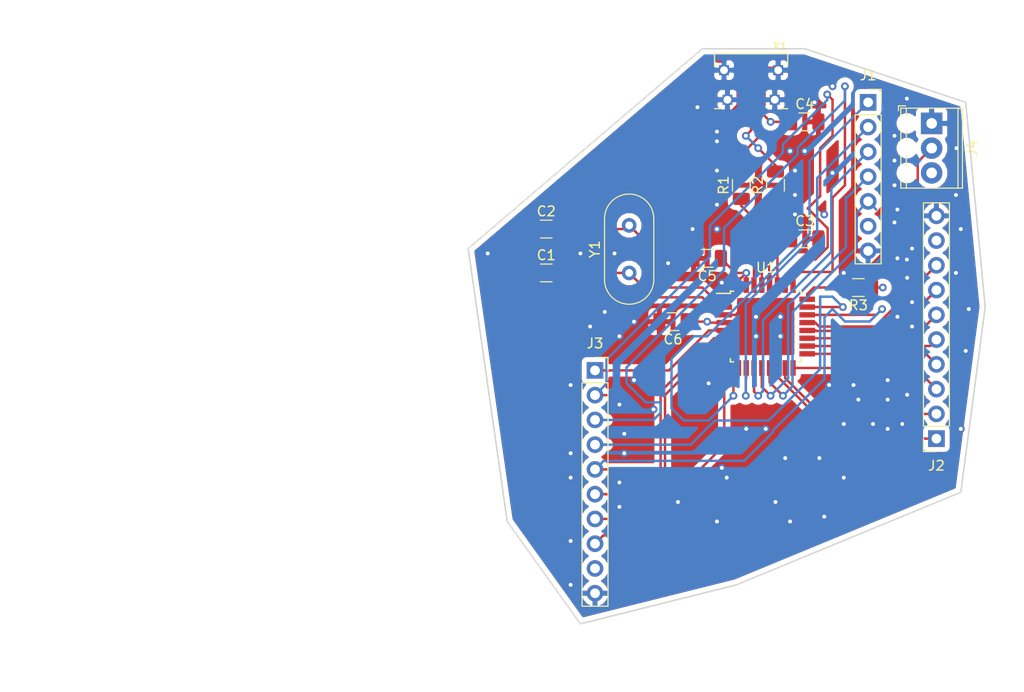
<source format=kicad_pcb>
(kicad_pcb (version 20171130) (host pcbnew 5.0.2+dfsg1-1)
  (layers (0 F.Cu signal) (1 In1.Cu signal) (2 In2.Cu signal) (31 B.Cu signal) (34 B.Paste user) (35 F.Paste user) (36 B.SilkS user) (37 F.SilkS user) (38 B.Mask user) (39 F.Mask user) (44 Edge.Cuts user))
  (net 0 "")
  (net 1 "Net-(C1-Pad2)")
  (net 2 GND)
  (net 3 "Net-(C2-Pad2)")
  (net 4 "Net-(C3-Pad1)")
  (net 5 VCC)
  (net 6 "Net-(J1-Pad1)")
  (net 7 "Net-(J1-Pad2)")
  (net 8 "Net-(J1-Pad3)")
  (net 9 "Net-(J1-Pad4)")
  (net 10 "Net-(J1-Pad5)")
  (net 11 "Net-(J2-Pad1)")
  (net 12 "Net-(J2-Pad2)")
  (net 13 "Net-(J2-Pad3)")
  (net 14 "Net-(J2-Pad4)")
  (net 15 "Net-(J2-Pad5)")
  (net 16 "Net-(J2-Pad6)")
  (net 17 "Net-(J2-Pad7)")
  (net 18 "Net-(J2-Pad8)")
  (net 19 "Net-(J3-Pad8)")
  (net 20 "Net-(J3-Pad7)")
  (net 21 "Net-(J3-Pad6)")
  (net 22 "Net-(J3-Pad5)")
  (net 23 "Net-(J3-Pad4)")
  (net 24 "Net-(J3-Pad3)")
  (net 25 "Net-(J3-Pad2)")
  (net 26 "Net-(J3-Pad1)")
  (net 27 "Net-(R1-Pad1)")
  (net 28 "Net-(R1-Pad2)")
  (net 29 "Net-(R2-Pad2)")
  (net 30 "Net-(R2-Pad1)")
  (net 31 "Net-(X1-PadID)")
  (net 32 "Net-(J4-Pad2)")
  (module Capacitor_SMD:C_1206_3216Metric (layer F.Cu) (at 167.5 89)
    (fp_text reference C1 (at 0 -1.82) (layer F.SilkS))
    (fp_text value 20p)
    (fp_line (start -0.602064 0.91) (end 0.602064 0.91) (layer F.SilkS) (width 0.12))
    (fp_line (start -0.602064 -0.91) (end 0.602064 -0.91) (layer F.SilkS) (width 0.12))
    (pad 2 smd roundrect (at 1.4 0) (size 1.25 1.75) (layers F.Cu F.Paste F.Mask) (roundrect_rratio 0.2) (net 1 "Net-(C1-Pad2)"))
    (pad 1 smd roundrect (at -1.4 0) (size 1.25 1.75) (layers F.Cu F.Paste F.Mask) (roundrect_rratio 0.2) (net 2 GND))
  )
  (module Capacitor_SMD:C_1206_3216Metric (layer F.Cu) (at 167.5 84.5)
    (fp_text reference C2 (at 0 -1.82) (layer F.SilkS))
    (fp_text value 20p)
    (fp_line (start -0.602064 -0.91) (end 0.602064 -0.91) (layer F.SilkS) (width 0.12))
    (fp_line (start -0.602064 0.91) (end 0.602064 0.91) (layer F.SilkS) (width 0.12))
    (pad 1 smd roundrect (at -1.4 0) (size 1.25 1.75) (layers F.Cu F.Paste F.Mask) (roundrect_rratio 0.2) (net 2 GND))
    (pad 2 smd roundrect (at 1.4 0) (size 1.25 1.75) (layers F.Cu F.Paste F.Mask) (roundrect_rratio 0.2) (net 3 "Net-(C2-Pad2)"))
  )
  (module Capacitor_SMD:C_1206_3216Metric (layer F.Cu) (at 194 85.5)
    (fp_text reference C3 (at 0 -1.82) (layer F.SilkS))
    (fp_text value 1uF)
    (fp_line (start -0.602064 -0.91) (end 0.602064 -0.91) (layer F.SilkS) (width 0.12))
    (fp_line (start -0.602064 0.91) (end 0.602064 0.91) (layer F.SilkS) (width 0.12))
    (pad 1 smd roundrect (at -1.4 0) (size 1.25 1.75) (layers F.Cu F.Paste F.Mask) (roundrect_rratio 0.2) (net 4 "Net-(C3-Pad1)"))
    (pad 2 smd roundrect (at 1.4 0) (size 1.25 1.75) (layers F.Cu F.Paste F.Mask) (roundrect_rratio 0.2) (net 2 GND))
  )
  (module Capacitor_SMD:C_1206_3216Metric (layer F.Cu) (at 194 73.5)
    (fp_text reference C4 (at 0 -1.82) (layer F.SilkS))
    (fp_text value 10uF)
    (fp_line (start -0.602064 0.91) (end 0.602064 0.91) (layer F.SilkS) (width 0.12))
    (fp_line (start -0.602064 -0.91) (end 0.602064 -0.91) (layer F.SilkS) (width 0.12))
    (pad 2 smd roundrect (at 1.4 0) (size 1.25 1.75) (layers F.Cu F.Paste F.Mask) (roundrect_rratio 0.2) (net 2 GND))
    (pad 1 smd roundrect (at -1.4 0) (size 1.25 1.75) (layers F.Cu F.Paste F.Mask) (roundrect_rratio 0.2) (net 5 VCC))
  )
  (module Capacitor_SMD:C_1206_3216Metric (layer F.Cu) (at 184 87.5 180)
    (fp_text reference C5 (at 0 -1.82 180) (layer F.SilkS))
    (fp_text value 100nF)
    (fp_line (start -0.602064 -0.91) (end 0.602064 -0.91) (layer F.SilkS) (width 0.12))
    (fp_line (start -0.602064 0.91) (end 0.602064 0.91) (layer F.SilkS) (width 0.12))
    (pad 1 smd roundrect (at -1.4 0 180) (size 1.25 1.75) (layers F.Cu F.Paste F.Mask) (roundrect_rratio 0.2) (net 5 VCC))
    (pad 2 smd roundrect (at 1.4 0 180) (size 1.25 1.75) (layers F.Cu F.Paste F.Mask) (roundrect_rratio 0.2) (net 2 GND))
  )
  (module Capacitor_SMD:C_1206_3216Metric (layer F.Cu) (at 180.5 94 180)
    (fp_text reference C6 (at 0 -1.82 180) (layer F.SilkS))
    (fp_text value 100nF)
    (fp_line (start -0.602064 0.91) (end 0.602064 0.91) (layer F.SilkS) (width 0.12))
    (fp_line (start -0.602064 -0.91) (end 0.602064 -0.91) (layer F.SilkS) (width 0.12))
    (pad 2 smd roundrect (at 1.4 0 180) (size 1.25 1.75) (layers F.Cu F.Paste F.Mask) (roundrect_rratio 0.2) (net 2 GND))
    (pad 1 smd roundrect (at -1.4 0 180) (size 1.25 1.75) (layers F.Cu F.Paste F.Mask) (roundrect_rratio 0.2) (net 5 VCC))
  )
  (module Socket2:PinSocket_1x07_P2.54mm_Vertical (layer F.Cu) (at 200.5 71.5)
    (fp_text reference J1 (at 0 -2.77) (layer F.SilkS))
    (fp_text value Screw_Terminal_01x07)
    (fp_line (start -1.33 1.27) (end 1.33 1.27) (layer F.SilkS) (width 0.12))
    (fp_line (start -1.33 1.27) (end -1.33 16.57) (layer F.SilkS) (width 0.12))
    (fp_line (start -1.33 16.57) (end 1.33 16.57) (layer F.SilkS) (width 0.12))
    (fp_line (start 1.33 1.27) (end 1.33 16.57) (layer F.SilkS) (width 0.12))
    (fp_line (start 1.33 -1.33) (end 1.33 0) (layer F.SilkS) (width 0.12))
    (fp_line (start 0 -1.33) (end 1.33 -1.33) (layer F.SilkS) (width 0.12))
    (pad 1 thru_hole rect (at 0 0) (size 1.7 1.7) (drill 1) (layers *.Cu *.Mask) (net 6 "Net-(J1-Pad1)"))
    (pad 2 thru_hole oval (at 0 2.54) (size 1.7 1.7) (drill 1) (layers *.Cu *.Mask) (net 7 "Net-(J1-Pad2)"))
    (pad 3 thru_hole oval (at 0 5.08) (size 1.7 1.7) (drill 1) (layers *.Cu *.Mask) (net 8 "Net-(J1-Pad3)"))
    (pad 4 thru_hole oval (at 0 7.62) (size 1.7 1.7) (drill 1) (layers *.Cu *.Mask) (net 9 "Net-(J1-Pad4)"))
    (pad 5 thru_hole oval (at 0 10.16) (size 1.7 1.7) (drill 1) (layers *.Cu *.Mask) (net 10 "Net-(J1-Pad5)"))
    (pad 6 thru_hole oval (at 0 12.7) (size 1.7 1.7) (drill 1) (layers *.Cu *.Mask) (net 5 VCC))
    (pad 7 thru_hole oval (at 0 15.24) (size 1.7 1.7) (drill 1) (layers *.Cu *.Mask) (net 2 GND))
  )
  (module Socket2:PinSocket_1x10_P2.54mm_Vertical (layer F.Cu) (at 207.5 106 180)
    (fp_text reference J2 (at 0 -2.77 180) (layer F.SilkS))
    (fp_text value Screw_Terminal_01x10)
    (fp_line (start -1.33 1.27) (end 1.33 1.27) (layer F.SilkS) (width 0.12))
    (fp_line (start -1.33 1.27) (end -1.33 24.19) (layer F.SilkS) (width 0.12))
    (fp_line (start -1.33 24.19) (end 1.33 24.19) (layer F.SilkS) (width 0.12))
    (fp_line (start 1.33 1.27) (end 1.33 24.19) (layer F.SilkS) (width 0.12))
    (fp_line (start 1.33 -1.33) (end 1.33 0) (layer F.SilkS) (width 0.12))
    (fp_line (start 0 -1.33) (end 1.33 -1.33) (layer F.SilkS) (width 0.12))
    (pad 1 thru_hole rect (at 0 0 180) (size 1.7 1.7) (drill 1) (layers *.Cu *.Mask) (net 11 "Net-(J2-Pad1)"))
    (pad 2 thru_hole oval (at 0 2.54 180) (size 1.7 1.7) (drill 1) (layers *.Cu *.Mask) (net 12 "Net-(J2-Pad2)"))
    (pad 3 thru_hole oval (at 0 5.08 180) (size 1.7 1.7) (drill 1) (layers *.Cu *.Mask) (net 13 "Net-(J2-Pad3)"))
    (pad 4 thru_hole oval (at 0 7.62 180) (size 1.7 1.7) (drill 1) (layers *.Cu *.Mask) (net 14 "Net-(J2-Pad4)"))
    (pad 5 thru_hole oval (at 0 10.16 180) (size 1.7 1.7) (drill 1) (layers *.Cu *.Mask) (net 15 "Net-(J2-Pad5)"))
    (pad 6 thru_hole oval (at 0 12.7 180) (size 1.7 1.7) (drill 1) (layers *.Cu *.Mask) (net 16 "Net-(J2-Pad6)"))
    (pad 7 thru_hole oval (at 0 15.24 180) (size 1.7 1.7) (drill 1) (layers *.Cu *.Mask) (net 17 "Net-(J2-Pad7)"))
    (pad 8 thru_hole oval (at 0 17.78 180) (size 1.7 1.7) (drill 1) (layers *.Cu *.Mask) (net 18 "Net-(J2-Pad8)"))
    (pad 9 thru_hole oval (at 0 20.32 180) (size 1.7 1.7) (drill 1) (layers *.Cu *.Mask) (net 5 VCC))
    (pad 10 thru_hole oval (at 0 22.86 180) (size 1.7 1.7) (drill 1) (layers *.Cu *.Mask) (net 2 GND))
  )
  (module Socket2:PinSocket_1x10_P2.54mm_Vertical (layer F.Cu) (at 172.5 99)
    (fp_text reference J3 (at 0 -2.77) (layer F.SilkS))
    (fp_text value Screw_Terminal_01x10)
    (fp_line (start 0 -1.33) (end 1.33 -1.33) (layer F.SilkS) (width 0.12))
    (fp_line (start 1.33 -1.33) (end 1.33 0) (layer F.SilkS) (width 0.12))
    (fp_line (start 1.33 1.27) (end 1.33 24.19) (layer F.SilkS) (width 0.12))
    (fp_line (start -1.33 24.19) (end 1.33 24.19) (layer F.SilkS) (width 0.12))
    (fp_line (start -1.33 1.27) (end -1.33 24.19) (layer F.SilkS) (width 0.12))
    (fp_line (start -1.33 1.27) (end 1.33 1.27) (layer F.SilkS) (width 0.12))
    (pad 10 thru_hole oval (at 0 22.86) (size 1.7 1.7) (drill 1) (layers *.Cu *.Mask) (net 2 GND))
    (pad 9 thru_hole oval (at 0 20.32) (size 1.7 1.7) (drill 1) (layers *.Cu *.Mask) (net 5 VCC))
    (pad 8 thru_hole oval (at 0 17.78) (size 1.7 1.7) (drill 1) (layers *.Cu *.Mask) (net 19 "Net-(J3-Pad8)"))
    (pad 7 thru_hole oval (at 0 15.24) (size 1.7 1.7) (drill 1) (layers *.Cu *.Mask) (net 20 "Net-(J3-Pad7)"))
    (pad 6 thru_hole oval (at 0 12.7) (size 1.7 1.7) (drill 1) (layers *.Cu *.Mask) (net 21 "Net-(J3-Pad6)"))
    (pad 5 thru_hole oval (at 0 10.16) (size 1.7 1.7) (drill 1) (layers *.Cu *.Mask) (net 22 "Net-(J3-Pad5)"))
    (pad 4 thru_hole oval (at 0 7.62) (size 1.7 1.7) (drill 1) (layers *.Cu *.Mask) (net 23 "Net-(J3-Pad4)"))
    (pad 3 thru_hole oval (at 0 5.08) (size 1.7 1.7) (drill 1) (layers *.Cu *.Mask) (net 24 "Net-(J3-Pad3)"))
    (pad 2 thru_hole oval (at 0 2.54) (size 1.7 1.7) (drill 1) (layers *.Cu *.Mask) (net 25 "Net-(J3-Pad2)"))
    (pad 1 thru_hole rect (at 0 0) (size 1.7 1.7) (drill 1) (layers *.Cu *.Mask) (net 26 "Net-(J3-Pad1)"))
  )
  (module Resistors_SMD:R_1206_3216Metric (layer F.Cu) (at 187.5 80 90)
    (fp_text reference R1 (at 0 -1.82 90) (layer F.SilkS))
    (fp_text value 22)
    (fp_line (start -0.602064 -0.91) (end 0.602064 -0.91) (layer F.SilkS) (width 0.12))
    (fp_line (start -0.602064 0.91) (end 0.602064 0.91) (layer F.SilkS) (width 0.12))
    (pad 1 smd roundrect (at -1.4 0 90) (size 1.25 1.75) (layers F.Cu F.Paste F.Mask) (roundrect_rratio 0.2) (net 27 "Net-(R1-Pad1)"))
    (pad 2 smd roundrect (at 1.4 0 90) (size 1.25 1.75) (layers F.Cu F.Paste F.Mask) (roundrect_rratio 0.2) (net 28 "Net-(R1-Pad2)"))
  )
  (module Resistors_SMD:R_1206_3216Metric (layer F.Cu) (at 191 80 90)
    (fp_text reference R2 (at 0 -1.82 90) (layer F.SilkS))
    (fp_text value 22)
    (fp_line (start -0.602064 0.91) (end 0.602064 0.91) (layer F.SilkS) (width 0.12))
    (fp_line (start -0.602064 -0.91) (end 0.602064 -0.91) (layer F.SilkS) (width 0.12))
    (pad 2 smd roundrect (at 1.4 0 90) (size 1.25 1.75) (layers F.Cu F.Paste F.Mask) (roundrect_rratio 0.2) (net 29 "Net-(R2-Pad2)"))
    (pad 1 smd roundrect (at -1.4 0 90) (size 1.25 1.75) (layers F.Cu F.Paste F.Mask) (roundrect_rratio 0.2) (net 30 "Net-(R2-Pad1)"))
  )
  (module Resistors_SMD:R_1206_3216Metric (layer F.Cu) (at 199.5 90.5 180)
    (fp_text reference R3 (at 0 -1.82 180) (layer F.SilkS))
    (fp_text value 10k)
    (fp_line (start -0.602064 -0.91) (end 0.602064 -0.91) (layer F.SilkS) (width 0.12))
    (fp_line (start -0.602064 0.91) (end 0.602064 0.91) (layer F.SilkS) (width 0.12))
    (pad 1 smd roundrect (at -1.4 0 180) (size 1.25 1.75) (layers F.Cu F.Paste F.Mask) (roundrect_rratio 0.2) (net 5 VCC))
    (pad 2 smd roundrect (at 1.4 0 180) (size 1.25 1.75) (layers F.Cu F.Paste F.Mask) (roundrect_rratio 0.2) (net 32 "Net-(J4-Pad2)"))
  )
  (module QFP:TQFP-32_7x7mm_P0.8mm (layer F.Cu) (at 190 94.5)
    (fp_text reference U1 (at 0 -6.05) (layer F.SilkS))
    (fp_text value ATmega32U2-MU)
    (fp_line (start -3.625 -3.625) (end -3.625 -3.4) (layer F.SilkS) (width 0.15))
    (fp_line (start 3.625 -3.625) (end 3.625 -3.3) (layer F.SilkS) (width 0.15))
    (fp_line (start 3.625 3.625) (end 3.625 3.3) (layer F.SilkS) (width 0.15))
    (fp_line (start -3.625 3.625) (end -3.625 3.3) (layer F.SilkS) (width 0.15))
    (fp_line (start -3.625 -3.625) (end -3.3 -3.625) (layer F.SilkS) (width 0.15))
    (fp_line (start -3.625 3.625) (end -3.3 3.625) (layer F.SilkS) (width 0.15))
    (fp_line (start 3.625 3.625) (end 3.3 3.625) (layer F.SilkS) (width 0.15))
    (fp_line (start 3.625 -3.625) (end 3.3 -3.625) (layer F.SilkS) (width 0.15))
    (fp_line (start -3.625 -3.4) (end -5.05 -3.4) (layer F.SilkS) (width 0.15))
    (pad 1 smd rect (at -4.25 -2.8) (size 1.6 0.55) (layers F.Cu F.Paste F.Mask) (net 3 "Net-(C2-Pad2)"))
    (pad 2 smd rect (at -4.25 -2) (size 1.6 0.55) (layers F.Cu F.Paste F.Mask) (net 1 "Net-(C1-Pad2)"))
    (pad 3 smd rect (at -4.25 -1.2) (size 1.6 0.55) (layers F.Cu F.Paste F.Mask) (net 2 GND))
    (pad 4 smd rect (at -4.25 -0.4) (size 1.6 0.55) (layers F.Cu F.Paste F.Mask) (net 5 VCC))
    (pad 5 smd rect (at -4.25 0.4) (size 1.6 0.55) (layers F.Cu F.Paste F.Mask) (net 26 "Net-(J3-Pad1)"))
    (pad 6 smd rect (at -4.25 1.2) (size 1.6 0.55) (layers F.Cu F.Paste F.Mask) (net 21 "Net-(J3-Pad6)"))
    (pad 7 smd rect (at -4.25 2) (size 1.6 0.55) (layers F.Cu F.Paste F.Mask) (net 20 "Net-(J3-Pad7)"))
    (pad 8 smd rect (at -4.25 2.8) (size 1.6 0.55) (layers F.Cu F.Paste F.Mask) (net 19 "Net-(J3-Pad8)"))
    (pad 9 smd rect (at -2.8 4.25 90) (size 1.6 0.55) (layers F.Cu F.Paste F.Mask) (net 6 "Net-(J1-Pad1)"))
    (pad 10 smd rect (at -2 4.25 90) (size 1.6 0.55) (layers F.Cu F.Paste F.Mask) (net 7 "Net-(J1-Pad2)"))
    (pad 11 smd rect (at -1.2 4.25 90) (size 1.6 0.55) (layers F.Cu F.Paste F.Mask) (net 8 "Net-(J1-Pad3)"))
    (pad 12 smd rect (at -0.4 4.25 90) (size 1.6 0.55) (layers F.Cu F.Paste F.Mask) (net 9 "Net-(J1-Pad4)"))
    (pad 13 smd rect (at 0.4 4.25 90) (size 1.6 0.55) (layers F.Cu F.Paste F.Mask) (net 10 "Net-(J1-Pad5)"))
    (pad 14 smd rect (at 1.2 4.25 90) (size 1.6 0.55) (layers F.Cu F.Paste F.Mask) (net 11 "Net-(J2-Pad1)"))
    (pad 15 smd rect (at 2 4.25 90) (size 1.6 0.55) (layers F.Cu F.Paste F.Mask) (net 12 "Net-(J2-Pad2)"))
    (pad 16 smd rect (at 2.8 4.25 90) (size 1.6 0.55) (layers F.Cu F.Paste F.Mask) (net 13 "Net-(J2-Pad3)"))
    (pad 17 smd rect (at 4.25 2.8) (size 1.6 0.55) (layers F.Cu F.Paste F.Mask) (net 14 "Net-(J2-Pad4)"))
    (pad 18 smd rect (at 4.25 2) (size 1.6 0.55) (layers F.Cu F.Paste F.Mask) (net 15 "Net-(J2-Pad5)"))
    (pad 19 smd rect (at 4.25 1.2) (size 1.6 0.55) (layers F.Cu F.Paste F.Mask) (net 16 "Net-(J2-Pad6)"))
    (pad 20 smd rect (at 4.25 0.4) (size 1.6 0.55) (layers F.Cu F.Paste F.Mask) (net 17 "Net-(J2-Pad7)"))
    (pad 21 smd rect (at 4.25 -0.4) (size 1.6 0.55) (layers F.Cu F.Paste F.Mask) (net 18 "Net-(J2-Pad8)"))
    (pad 22 smd rect (at 4.25 -1.2) (size 1.6 0.55) (layers F.Cu F.Paste F.Mask) (net 22 "Net-(J3-Pad5)"))
    (pad 23 smd rect (at 4.25 -2) (size 1.6 0.55) (layers F.Cu F.Paste F.Mask) (net 23 "Net-(J3-Pad4)"))
    (pad 24 smd rect (at 4.25 -2.8) (size 1.6 0.55) (layers F.Cu F.Paste F.Mask) (net 32 "Net-(J4-Pad2)"))
    (pad 25 smd rect (at 2.8 -4.25 90) (size 1.6 0.55) (layers F.Cu F.Paste F.Mask) (net 24 "Net-(J3-Pad3)"))
    (pad 26 smd rect (at 2 -4.25 90) (size 1.6 0.55) (layers F.Cu F.Paste F.Mask) (net 25 "Net-(J3-Pad2)"))
    (pad 27 smd rect (at 1.2 -4.25 90) (size 1.6 0.55) (layers F.Cu F.Paste F.Mask) (net 4 "Net-(C3-Pad1)"))
    (pad 28 smd rect (at 0.4 -4.25 90) (size 1.6 0.55) (layers F.Cu F.Paste F.Mask) (net 2 GND))
    (pad 29 smd rect (at -0.4 -4.25 90) (size 1.6 0.55) (layers F.Cu F.Paste F.Mask) (net 30 "Net-(R2-Pad1)"))
    (pad 30 smd rect (at -1.2 -4.25 90) (size 1.6 0.55) (layers F.Cu F.Paste F.Mask) (net 27 "Net-(R1-Pad1)"))
    (pad 31 smd rect (at -2 -4.25 90) (size 1.6 0.55) (layers F.Cu F.Paste F.Mask) (net 5 VCC))
    (pad 32 smd rect (at -2.8 -4.25 90) (size 1.6 0.55) (layers F.Cu F.Paste F.Mask) (net 5 VCC))
  )
  (module cyUsb:FCI_10103594_MILL (layer F.Cu) (at 188.5 66.5 180)
    (fp_text reference X1 (at -3.794 1.2419) (layer F.SilkS) (effects (font (size 0.77216 0.77216) (thickness 0.138988)) (justify right top)))
    (fp_text value USBFCI_10103594)
    (fp_line (start -3.7573 -5.6466) (end -2.9573 -5.6466) (layer F.SilkS) (width 0.127))
    (fp_line (start 2.9573 -5.6466) (end 3.7573 -5.6466) (layer F.SilkS) (width 0.127))
    (fp_line (start -3.75 -1.27) (end -3.75 0) (layer F.SilkS) (width 0.127))
    (fp_line (start -3.75 0) (end 3.75 0) (layer F.SilkS) (width 0.127))
    (fp_line (start 3.75 0) (end 3.75 -1.27) (layer F.SilkS) (width 0.127))
    (pad BASE@2 smd rect (at 0.9625 -1.45 270) (size 2.499993 1.42494) (layers F.Cu F.Paste F.Mask) (net 2 GND))
    (pad BASE@1 smd rect (at -0.9625 -1.45 270) (size 2.499993 1.42494) (layers F.Cu F.Paste F.Mask) (net 2 GND))
    (pad D+ smd rect (at 0 -4.525 180) (size 0.4 1.75) (layers F.Cu F.Paste F.Mask) (net 29 "Net-(R2-Pad2)"))
    (pad ID smd rect (at 0.650012 -4.525 180) (size 0.4 1.75) (layers F.Cu F.Paste F.Mask) (net 31 "Net-(X1-PadID)"))
    (pad D- smd rect (at -0.650012 -4.525 180) (size 0.4 1.75) (layers F.Cu F.Paste F.Mask) (net 28 "Net-(R1-Pad2)"))
    (pad GND smd rect (at 1.3 -4.525 180) (size 0.4 1.75) (layers F.Cu F.Paste F.Mask) (net 2 GND))
    (pad VBUS smd rect (at -1.3 -4.525 180) (size 0.4 1.75) (layers F.Cu F.Paste F.Mask) (net 5 VCC))
    (pad SPRT@1 thru_hole rect (at -2.77495 -1.700021 180) (size 1.016 1.016) (drill 0.8001) (layers *.Cu *.Mask) (net 2 GND))
    (pad SPRT@2 thru_hole rect (at 2.77495 -1.700021 180) (size 1.016 1.016) (drill 0.8001) (layers *.Cu *.Mask) (net 2 GND))
    (pad SPRT@3 thru_hole rect (at -2.4257 -4.729987 180) (size 1.016 1.016) (drill 0.8001) (layers *.Cu *.Mask) (net 2 GND))
    (pad SPRT@4 thru_hole rect (at 2.4257 -4.729987 180) (size 1.016 1.016) (drill 0.8001) (layers *.Cu *.Mask) (net 2 GND))
  )
  (module Crystals:Crystal_HC49-U_Vertical (layer F.Cu) (at 176 89 90)
    (fp_text reference Y1 (at 2.44 -3.525 90) (layer F.SilkS))
    (fp_text value "8 Mhz")
    (fp_line (start -0.685 -2.525) (end 5.565 -2.525) (layer F.SilkS) (width 0.12))
    (fp_line (start -0.685 2.525) (end 5.565 2.525) (layer F.SilkS) (width 0.12))
    (fp_arc (start -0.685 0) (end -0.685 -2.525) (angle -180) (layer F.SilkS) (width 0.12))
    (fp_arc (start 5.565 0) (end 5.565 -2.525) (angle 180) (layer F.SilkS) (width 0.12))
    (pad 1 thru_hole circle (at 0 0 90) (size 1.5 1.5) (drill 0.8) (layers *.Cu *.Mask) (net 1 "Net-(C1-Pad2)"))
    (pad 2 thru_hole circle (at 4.88 0 90) (size 1.5 1.5) (drill 0.8) (layers *.Cu *.Mask) (net 3 "Net-(C2-Pad2)"))
  )
  (module TerminalBlock_Phoenix:TerminalBlock_Phoenix_MPT-0,5-3-2.54_1x03_P2.54mm_Horizontal (layer F.Cu) (at 207.01 73.66 270)
    (fp_text reference J4 (at 2.54 -4.16 270) (layer F.SilkS))
    (fp_text value Screw_Terminal_01x03)
    (fp_line (start -1.56 2.6) (end -0.79 2.6) (layer F.SilkS) (width 0.12))
    (fp_line (start 0.79 2.6) (end 1.75 2.6) (layer F.SilkS) (width 0.12))
    (fp_line (start 3.33 2.6) (end 4.29 2.6) (layer F.SilkS) (width 0.12))
    (fp_line (start 5.87 2.6) (end 6.64 2.6) (layer F.SilkS) (width 0.12))
    (fp_line (start -1.56 -2.7) (end 6.64 -2.7) (layer F.SilkS) (width 0.12))
    (fp_line (start -1.56 -3.16) (end 6.64 -3.16) (layer F.SilkS) (width 0.12))
    (fp_line (start -1.56 3.16) (end -0.79 3.16) (layer F.SilkS) (width 0.12))
    (fp_line (start 0.79 3.16) (end 1.75 3.16) (layer F.SilkS) (width 0.12))
    (fp_line (start 3.33 3.16) (end 4.29 3.16) (layer F.SilkS) (width 0.12))
    (fp_line (start 5.87 3.16) (end 6.64 3.16) (layer F.SilkS) (width 0.12))
    (fp_line (start -1.56 -3.16) (end -1.56 3.16) (layer F.SilkS) (width 0.12))
    (fp_line (start 6.64 -3.16) (end 6.64 3.16) (layer F.SilkS) (width 0.12))
    (fp_line (start -1.8 2.66) (end -1.8 3.4) (layer F.SilkS) (width 0.12))
    (fp_line (start -1.8 3.4) (end -1.3 3.4) (layer F.SilkS) (width 0.12))
    (pad 1 thru_hole rect (at 0 0 270) (size 2.2 2.2) (drill 1.1) (layers *.Cu *.Mask) (net 2 GND))
    (pad "" np_thru_hole circle (at 0 2.54 270) (size 1.1 1.1) (drill 1.1) (layers *.Cu *.Mask))
    (pad 2 thru_hole circle (at 2.54 0 270) (size 2.2 2.2) (drill 1.1) (layers *.Cu *.Mask) (net 32 "Net-(J4-Pad2)"))
    (pad "" np_thru_hole circle (at 2.54 2.54 270) (size 1.1 1.1) (drill 1.1) (layers *.Cu *.Mask))
    (pad 3 thru_hole circle (at 5.08 0 270) (size 2.2 2.2) (drill 1.1) (layers *.Cu *.Mask) (net 5 VCC))
    (pad "" np_thru_hole circle (at 5.08 2.54 270) (size 1.1 1.1) (drill 1.1) (layers *.Cu *.Mask))
  )
  (gr_line (start 163.5 114.5) (end 159.5 86.5) (layer Edge.Cuts) (width 0.15))
  (gr_line (start 171 125) (end 163.5 114.5) (layer Edge.Cuts) (width 0.15))
  (gr_line (start 187 121) (end 171 125) (layer Edge.Cuts) (width 0.15))
  (gr_line (start 210 111.5) (end 187 121) (layer Edge.Cuts) (width 0.15))
  (gr_line (start 212.5 92.5) (end 210 111.5) (layer Edge.Cuts) (width 0.15))
  (gr_line (start 210.5 71.5) (end 212.5 92.5) (layer Edge.Cuts) (width 0.15))
  (gr_line (start 194 66) (end 210.5 71.5) (layer Edge.Cuts) (width 0.15))
  (gr_line (start 183.5 66) (end 194 66) (layer Edge.Cuts) (width 0.15))
  (gr_line (start 159.5 86.5) (end 183.5 66) (layer Edge.Cuts) (width 0.15))
  (segment (start 184.5 92.5) (end 185.75 92.5) (width 0.25) (layer F.Cu) (net 1))
  (segment (start 183.5 91.5) (end 184.5 92.5) (width 0.25) (layer F.Cu) (net 1))
  (segment (start 176 89) (end 178.5 91.5) (width 0.25) (layer F.Cu) (net 1))
  (segment (start 178.5 91.5) (end 183.5 91.5) (width 0.25) (layer F.Cu) (net 1))
  (segment (start 176 89) (end 168.9 89) (width 0.25) (layer F.Cu) (net 1))
  (segment (start 185.42 67.31) (end 185.014069 67.31) (width 0.25) (layer F.Cu) (net 2))
  (via (at 189 93.5) (size 0.8) (drill 0.4) (layers F.Cu B.Cu) (net 2))
  (via (at 189 95.5) (size 0.8) (drill 0.4) (layers F.Cu B.Cu) (net 2))
  (via (at 191.5 95.5) (size 0.8) (drill 0.4) (layers F.Cu B.Cu) (net 2))
  (via (at 191.5 93.5) (size 0.8) (drill 0.4) (layers F.Cu B.Cu) (net 2))
  (segment (start 186.8 93.3) (end 185.75 93.3) (width 0.25) (layer F.Cu) (net 2))
  (segment (start 188.210002 93.3) (end 186.8 93.3) (width 0.25) (layer F.Cu) (net 2))
  (segment (start 190.5 91.010002) (end 188.210002 93.3) (width 0.25) (layer F.Cu) (net 2))
  (segment (start 190.5 89.289998) (end 190.5 91.010002) (width 0.25) (layer F.Cu) (net 2))
  (segment (start 190.4 89.389998) (end 190.5 89.289998) (width 0.25) (layer F.Cu) (net 2))
  (segment (start 190.4 90.25) (end 190.4 89.389998) (width 0.25) (layer F.Cu) (net 2))
  (via (at 174.5 87) (size 0.8) (drill 0.4) (layers F.Cu B.Cu) (net 2))
  (via (at 171 87) (size 0.8) (drill 0.4) (layers F.Cu B.Cu) (net 2))
  (via (at 161.5 87) (size 0.8) (drill 0.4) (layers F.Cu B.Cu) (net 2))
  (via (at 185.5 90) (size 0.8) (drill 0.4) (layers F.Cu B.Cu) (net 2))
  (via (at 180 88) (size 0.8) (drill 0.4) (layers F.Cu B.Cu) (net 2))
  (via (at 170 100.5) (size 0.8) (drill 0.4) (layers F.Cu B.Cu) (net 2))
  (via (at 170 107.5) (size 0.8) (drill 0.4) (layers F.Cu B.Cu) (net 2))
  (via (at 170 116.5) (size 0.8) (drill 0.4) (layers F.Cu B.Cu) (net 2))
  (via (at 170 110) (size 0.8) (drill 0.4) (layers F.Cu B.Cu) (net 2))
  (via (at 170 121) (size 0.8) (drill 0.4) (layers F.Cu B.Cu) (net 2))
  (via (at 210 105) (size 0.8) (drill 0.4) (layers F.Cu B.Cu) (net 2))
  (via (at 210.5 97) (size 0.8) (drill 0.4) (layers F.Cu B.Cu) (net 2))
  (via (at 209.5 89) (size 0.8) (drill 0.4) (layers F.Cu B.Cu) (net 2))
  (via (at 210 84.5) (size 0.8) (drill 0.4) (layers F.Cu B.Cu) (net 2))
  (via (at 209.5 81) (size 0.8) (drill 0.4) (layers F.Cu B.Cu) (net 2))
  (via (at 195 71.5) (size 0.8) (drill 0.4) (layers F.Cu B.Cu) (net 2))
  (via (at 183 72) (size 0.8) (drill 0.4) (layers F.Cu B.Cu) (net 2))
  (via (at 182.5 84.5) (size 0.8) (drill 0.4) (layers F.Cu B.Cu) (net 2))
  (via (at 176.5 94) (size 0.8) (drill 0.4) (layers F.Cu B.Cu) (net 2))
  (via (at 173.5 93) (size 0.8) (drill 0.4) (layers F.Cu B.Cu) (net 2))
  (via (at 172 94.5) (size 0.8) (drill 0.4) (layers F.Cu B.Cu) (net 2))
  (via (at 175 95.5) (size 0.8) (drill 0.4) (layers F.Cu B.Cu) (net 2))
  (via (at 185 84.5) (size 0.8) (drill 0.4) (layers F.Cu B.Cu) (net 2))
  (via (at 185 82) (size 0.8) (drill 0.4) (layers F.Cu B.Cu) (net 2))
  (via (at 185 78.5) (size 0.8) (drill 0.4) (layers F.Cu B.Cu) (net 2))
  (via (at 185 75.5) (size 0.8) (drill 0.4) (layers F.Cu B.Cu) (net 2))
  (via (at 185 74.5) (size 0.8) (drill 0.4) (layers F.Cu B.Cu) (net 2))
  (via (at 194 76.5) (size 0.8) (drill 0.4) (layers F.Cu B.Cu) (net 2))
  (via (at 192.5 76.5) (size 0.8) (drill 0.4) (layers F.Cu B.Cu) (net 2))
  (via (at 193 78.5) (size 0.8) (drill 0.4) (layers F.Cu B.Cu) (net 2))
  (via (at 193 81) (size 0.8) (drill 0.4) (layers F.Cu B.Cu) (net 2))
  (via (at 193 83) (size 0.8) (drill 0.4) (layers F.Cu B.Cu) (net 2))
  (via (at 196 83) (size 0.8) (drill 0.4) (layers F.Cu B.Cu) (net 2))
  (via (at 192 108) (size 0.8) (drill 0.4) (layers F.Cu B.Cu) (net 2))
  (via (at 195.5 108) (size 0.8) (drill 0.4) (layers F.Cu B.Cu) (net 2))
  (via (at 198 110) (size 0.8) (drill 0.4) (layers F.Cu B.Cu) (net 2))
  (via (at 196 114) (size 0.8) (drill 0.4) (layers F.Cu B.Cu) (net 2))
  (via (at 192.5 114.5) (size 0.8) (drill 0.4) (layers F.Cu B.Cu) (net 2))
  (via (at 191 112.5) (size 0.8) (drill 0.4) (layers F.Cu B.Cu) (net 2))
  (via (at 198 89) (size 0.8) (drill 0.4) (layers F.Cu B.Cu) (net 2))
  (via (at 203.5 93.5) (size 0.8) (drill 0.4) (layers F.Cu B.Cu) (net 2))
  (via (at 205 92) (size 0.8) (drill 0.4) (layers F.Cu B.Cu) (net 2))
  (via (at 205 94.5) (size 0.8) (drill 0.4) (layers F.Cu B.Cu) (net 2))
  (via (at 196.5 100.5) (size 0.8) (drill 0.4) (layers F.Cu B.Cu) (net 2))
  (via (at 199 100.5) (size 0.8) (drill 0.4) (layers F.Cu B.Cu) (net 2))
  (via (at 202.5 100) (size 0.8) (drill 0.4) (layers F.Cu B.Cu) (net 2))
  (via (at 204.5 101.5) (size 0.8) (drill 0.4) (layers F.Cu B.Cu) (net 2))
  (via (at 202.5 102) (size 0.8) (drill 0.4) (layers F.Cu B.Cu) (net 2))
  (via (at 199.5 102) (size 0.8) (drill 0.4) (layers F.Cu B.Cu) (net 2))
  (via (at 198 104.5) (size 0.8) (drill 0.4) (layers F.Cu B.Cu) (net 2))
  (via (at 202.5 105) (size 0.8) (drill 0.4) (layers F.Cu B.Cu) (net 2))
  (via (at 201 104.5) (size 0.8) (drill 0.4) (layers F.Cu B.Cu) (net 2))
  (via (at 204 104.5) (size 0.8) (drill 0.4) (layers F.Cu B.Cu) (net 2))
  (via (at 176.5 100) (size 0.8) (drill 0.4) (layers F.Cu B.Cu) (net 2))
  (via (at 175 102.5) (size 0.8) (drill 0.4) (layers F.Cu B.Cu) (net 2))
  (via (at 175.5 105.5) (size 0.8) (drill 0.4) (layers F.Cu B.Cu) (net 2))
  (via (at 178.5 103) (size 0.8) (drill 0.4) (layers F.Cu B.Cu) (net 2))
  (via (at 175.5 107.5) (size 0.8) (drill 0.4) (layers F.Cu B.Cu) (net 2))
  (via (at 175 110.5) (size 0.8) (drill 0.4) (layers F.Cu B.Cu) (net 2))
  (via (at 175 113) (size 0.8) (drill 0.4) (layers F.Cu B.Cu) (net 2))
  (via (at 181 112.5) (size 0.8) (drill 0.4) (layers F.Cu B.Cu) (net 2))
  (via (at 185.5 109) (size 0.8) (drill 0.4) (layers F.Cu B.Cu) (net 2))
  (via (at 188 105) (size 0.8) (drill 0.4) (layers F.Cu B.Cu) (net 2))
  (via (at 190 105) (size 0.8) (drill 0.4) (layers F.Cu B.Cu) (net 2))
  (via (at 186 110) (size 0.8) (drill 0.4) (layers F.Cu B.Cu) (net 2))
  (via (at 185 114.5) (size 0.8) (drill 0.4) (layers F.Cu B.Cu) (net 2))
  (via (at 205 86.5) (size 0.8) (drill 0.4) (layers F.Cu B.Cu) (net 2))
  (via (at 203.5 82.5) (size 0.8) (drill 0.4) (layers F.Cu B.Cu) (net 2))
  (via (at 203.5 87.5) (size 0.8) (drill 0.4) (layers F.Cu B.Cu) (net 2))
  (via (at 204.5 89.5) (size 0.8) (drill 0.4) (layers F.Cu B.Cu) (net 2))
  (segment (start 186.0743 71.229987) (end 184.729987 71.229987) (width 0.25) (layer F.Cu) (net 2))
  (segment (start 184.729987 71.229987) (end 184 70.5) (width 0.25) (layer F.Cu) (net 2))
  (segment (start 187.2 71.7) (end 186.5 72.4) (width 0.25) (layer F.Cu) (net 2))
  (segment (start 187.2 71.025) (end 187.2 71.7) (width 0.25) (layer F.Cu) (net 2))
  (segment (start 187.287479 68.200021) (end 187.5375 67.95) (width 0.25) (layer F.Cu) (net 2))
  (segment (start 185.72505 68.200021) (end 187.287479 68.200021) (width 0.25) (layer F.Cu) (net 2))
  (segment (start 191.024929 67.95) (end 191.27495 68.200021) (width 0.25) (layer F.Cu) (net 2))
  (segment (start 189.4625 67.95) (end 191.024929 67.95) (width 0.25) (layer F.Cu) (net 2))
  (via (at 203.2 83.82) (size 0.8) (drill 0.4) (layers F.Cu B.Cu) (net 2))
  (via (at 204.47 87.63) (size 0.8) (drill 0.4) (layers F.Cu B.Cu) (net 2))
  (via (at 210.82 92.71) (size 0.8) (drill 0.4) (layers F.Cu B.Cu) (net 2))
  (via (at 203.2 80.01) (size 0.8) (drill 0.4) (layers F.Cu B.Cu) (net 2))
  (via (at 203.2 74.93) (size 0.8) (drill 0.4) (layers F.Cu B.Cu) (net 2))
  (via (at 196.85 78.74) (size 0.8) (drill 0.4) (layers F.Cu B.Cu) (net 2))
  (via (at 209.55 76.2) (size 0.8) (drill 0.4) (layers F.Cu B.Cu) (net 2))
  (via (at 204.47 71.12) (size 0.8) (drill 0.4) (layers F.Cu B.Cu) (net 2))
  (via (at 196.85 69.85) (size 0.8) (drill 0.4) (layers F.Cu B.Cu) (net 2))
  (via (at 203.2 77.47) (size 0.8) (drill 0.4) (layers F.Cu B.Cu) (net 2))
  (via (at 184.15 100.33) (size 0.8) (drill 0.4) (layers F.Cu B.Cu) (net 2))
  (segment (start 176 84.12) (end 177.88 86) (width 0.25) (layer F.Cu) (net 3))
  (segment (start 177.88 86) (end 177.88 88.38) (width 0.25) (layer F.Cu) (net 3))
  (segment (start 177.88 88.38) (end 180 90.5) (width 0.25) (layer F.Cu) (net 3))
  (segment (start 184.7 91.7) (end 185.75 91.7) (width 0.25) (layer F.Cu) (net 3))
  (segment (start 183.5 90.5) (end 184.7 91.7) (width 0.25) (layer F.Cu) (net 3))
  (segment (start 180 90.5) (end 183.5 90.5) (width 0.25) (layer F.Cu) (net 3))
  (segment (start 175.62 84.5) (end 176 84.12) (width 0.25) (layer F.Cu) (net 3))
  (segment (start 168.9 84.5) (end 175.62 84.5) (width 0.25) (layer F.Cu) (net 3))
  (segment (start 191.2 86.9) (end 192.6 85.5) (width 0.25) (layer F.Cu) (net 4))
  (segment (start 191.2 90.25) (end 191.2 86.9) (width 0.25) (layer F.Cu) (net 4))
  (segment (start 189.8 71.025) (end 189.8 72.8) (width 0.25) (layer F.Cu) (net 5))
  (via (at 190.5 73.5) (size 0.8) (drill 0.4) (layers F.Cu B.Cu) (net 5))
  (segment (start 189.8 72.8) (end 190.5 73.5) (width 0.25) (layer F.Cu) (net 5))
  (via (at 188 89) (size 0.8) (drill 0.4) (layers F.Cu B.Cu) (net 5))
  (segment (start 188 90.25) (end 188 89) (width 0.25) (layer F.Cu) (net 5))
  (via (at 184 94) (size 0.8) (drill 0.4) (layers F.Cu B.Cu) (net 5))
  (segment (start 185.75 94.1) (end 184.1 94.1) (width 0.25) (layer F.Cu) (net 5))
  (segment (start 184.1 94.1) (end 184 94) (width 0.25) (layer F.Cu) (net 5))
  (segment (start 187.2 89.8) (end 188 89) (width 0.25) (layer F.Cu) (net 5))
  (segment (start 187.2 90.25) (end 187.2 89.8) (width 0.25) (layer F.Cu) (net 5))
  (segment (start 190.5 73.5) (end 192.6 73.5) (width 0.25) (layer F.Cu) (net 5))
  (segment (start 184 94) (end 181.9 94) (width 0.25) (layer F.Cu) (net 5))
  (segment (start 186.9 89) (end 185.4 87.5) (width 0.25) (layer F.Cu) (net 5))
  (segment (start 188 89) (end 186.9 89) (width 0.25) (layer F.Cu) (net 5))
  (via (at 202 90.5) (size 0.8) (drill 0.4) (layers F.Cu B.Cu) (net 5))
  (segment (start 200.9 90.5) (end 202 90.5) (width 0.25) (layer F.Cu) (net 5))
  (segment (start 194.5 77.5) (end 200.5 71.5) (width 0.25) (layer B.Cu) (net 6))
  (segment (start 184 95.5) (end 194.5 85) (width 0.25) (layer B.Cu) (net 6))
  (segment (start 194.5 85) (end 194.5 77.5) (width 0.25) (layer B.Cu) (net 6))
  (segment (start 192.8 90.25) (end 192.8 90.2) (width 0.25) (layer F.Cu) (net 24))
  (segment (start 198.394999 81.225001) (end 200.5 79.12) (width 0.25) (layer B.Cu) (net 9))
  (segment (start 198.225001 81.225001) (end 198.394999 81.225001) (width 0.25) (layer B.Cu) (net 9))
  (segment (start 194.25 93.3) (end 195.354862 93.3) (width 0.25) (layer F.Cu) (net 22))
  (segment (start 201.349999 82.509999) (end 200.5 81.66) (width 0.25) (layer B.Cu) (net 10))
  (segment (start 206.4 106) (end 207.5 106) (width 0.25) (layer F.Cu) (net 11))
  (segment (start 197.56359 106) (end 206.4 106) (width 0.25) (layer F.Cu) (net 11))
  (segment (start 191.2 99.63641) (end 197.56359 106) (width 0.25) (layer F.Cu) (net 11))
  (segment (start 191.2 98.75) (end 191.2 99.63641) (width 0.25) (layer F.Cu) (net 11))
  (segment (start 206.297919 103.46) (end 207.5 103.46) (width 0.25) (layer F.Cu) (net 12))
  (segment (start 195.66 103.46) (end 206.297919 103.46) (width 0.25) (layer F.Cu) (net 12))
  (segment (start 192 99.8) (end 195.66 103.46) (width 0.25) (layer F.Cu) (net 12))
  (segment (start 192 98.75) (end 192 99.8) (width 0.25) (layer F.Cu) (net 12))
  (segment (start 205.33 98.75) (end 207.5 100.92) (width 0.25) (layer F.Cu) (net 13))
  (segment (start 192.8 98.75) (end 205.33 98.75) (width 0.25) (layer F.Cu) (net 13))
  (segment (start 206.42 97.3) (end 207.5 98.38) (width 0.25) (layer F.Cu) (net 14))
  (segment (start 194.25 97.3) (end 206.42 97.3) (width 0.25) (layer F.Cu) (net 14))
  (segment (start 206.84 96.5) (end 207.5 95.84) (width 0.25) (layer F.Cu) (net 15))
  (segment (start 194.25 96.5) (end 206.84 96.5) (width 0.25) (layer F.Cu) (net 15))
  (segment (start 205.1 95.7) (end 207.5 93.3) (width 0.25) (layer F.Cu) (net 16))
  (segment (start 194.25 95.7) (end 205.1 95.7) (width 0.25) (layer F.Cu) (net 16))
  (segment (start 206.650001 91.609999) (end 207.5 90.76) (width 0.25) (layer F.Cu) (net 17))
  (segment (start 203.309991 94.950009) (end 206.650001 91.609999) (width 0.25) (layer F.Cu) (net 17))
  (segment (start 195.160011 94.950009) (end 203.309991 94.950009) (width 0.25) (layer F.Cu) (net 17))
  (segment (start 195.110002 94.9) (end 195.160011 94.950009) (width 0.25) (layer F.Cu) (net 17))
  (segment (start 194.25 94.9) (end 195.110002 94.9) (width 0.25) (layer F.Cu) (net 17))
  (segment (start 201.22 94.5) (end 207.5 88.22) (width 0.25) (layer F.Cu) (net 18))
  (segment (start 190.4 98.75) (end 190.4 99.8) (width 0.25) (layer F.Cu) (net 10))
  (segment (start 173.702081 114.24) (end 172.5 114.24) (width 0.25) (layer F.Cu) (net 20))
  (segment (start 175.16 114.24) (end 173.702081 114.24) (width 0.25) (layer F.Cu) (net 20))
  (segment (start 189.6 98.75) (end 189.6 99.8) (width 0.25) (layer F.Cu) (net 9))
  (segment (start 173.702081 111.7) (end 172.5 111.7) (width 0.25) (layer F.Cu) (net 21))
  (segment (start 176.73641 111.7) (end 173.702081 111.7) (width 0.25) (layer F.Cu) (net 21))
  (segment (start 188.8 98.75) (end 188.8 99.63641) (width 0.25) (layer F.Cu) (net 8))
  (segment (start 173.702081 109.16) (end 172.5 109.16) (width 0.25) (layer F.Cu) (net 22))
  (segment (start 178.64 109.16) (end 173.702081 109.16) (width 0.25) (layer F.Cu) (net 22))
  (segment (start 188 98.75) (end 188 99.8) (width 0.25) (layer F.Cu) (net 7))
  (segment (start 173.702081 106.62) (end 172.5 106.62) (width 0.25) (layer F.Cu) (net 23))
  (segment (start 187.2 98.75) (end 187.2 99.275) (width 0.25) (layer F.Cu) (net 6))
  (segment (start 187.2 99.82) (end 187.2 98.75) (width 0.25) (layer F.Cu) (net 6))
  (segment (start 182.63 95.5) (end 180.34 97.79) (width 0.25) (layer B.Cu) (net 6))
  (segment (start 184 95.5) (end 182.63 95.5) (width 0.25) (layer B.Cu) (net 6))
  (segment (start 187.2 99.8) (end 186.69 100.31) (width 0.25) (layer F.Cu) (net 6))
  (segment (start 187.2 98.75) (end 187.2 99.8) (width 0.25) (layer F.Cu) (net 6))
  (segment (start 186.69 100.31) (end 186.69 101.6) (width 0.25) (layer F.Cu) (net 6))
  (segment (start 186.69 101.6) (end 186.69 101.6) (width 0.25) (layer F.Cu) (net 6))
  (via (at 186.69 101.6) (size 0.8) (drill 0.4) (layers F.Cu B.Cu) (net 6))
  (segment (start 180.34 97.79) (end 180.34 102.87) (width 0.25) (layer B.Cu) (net 6))
  (segment (start 180.34 102.87) (end 181.61 104.14) (width 0.25) (layer B.Cu) (net 6))
  (segment (start 184.15 104.14) (end 186.69 101.6) (width 0.25) (layer B.Cu) (net 6))
  (segment (start 181.61 104.14) (end 184.15 104.14) (width 0.25) (layer B.Cu) (net 6))
  (segment (start 187.96 101.6) (end 187.96 101.6) (width 0.25) (layer B.Cu) (net 7))
  (via (at 187.96 101.6) (size 0.8) (drill 0.4) (layers F.Cu B.Cu) (net 7))
  (segment (start 187.96 98.79) (end 188 98.75) (width 0.25) (layer F.Cu) (net 7))
  (segment (start 187.96 101.6) (end 187.96 98.79) (width 0.25) (layer F.Cu) (net 7))
  (segment (start 187.96 101.034315) (end 187.96 101.6) (width 0.25) (layer B.Cu) (net 7))
  (segment (start 195.274999 84.861411) (end 187.96 92.17641) (width 0.25) (layer B.Cu) (net 7))
  (segment (start 187.96 92.17641) (end 187.96 101.034315) (width 0.25) (layer B.Cu) (net 7))
  (segment (start 195.274999 79.265001) (end 195.274999 84.861411) (width 0.25) (layer B.Cu) (net 7))
  (segment (start 200.5 74.04) (end 195.274999 79.265001) (width 0.25) (layer B.Cu) (net 7))
  (segment (start 189.23 101.6) (end 189.23 101.6) (width 0.25) (layer B.Cu) (net 8))
  (via (at 189.23 101.6) (size 0.8) (drill 0.4) (layers F.Cu B.Cu) (net 8))
  (segment (start 188.8 101.17) (end 188.8 98.75) (width 0.25) (layer F.Cu) (net 8))
  (segment (start 189.23 101.6) (end 188.8 101.17) (width 0.25) (layer F.Cu) (net 8))
  (segment (start 189.629999 101.200001) (end 189.23 101.6) (width 0.25) (layer B.Cu) (net 8))
  (segment (start 189.725001 101.104999) (end 189.629999 101.200001) (width 0.25) (layer B.Cu) (net 8))
  (segment (start 196.725001 86.848001) (end 189.725001 93.848001) (width 0.25) (layer B.Cu) (net 8))
  (segment (start 189.725001 93.848001) (end 189.725001 101.104999) (width 0.25) (layer B.Cu) (net 8))
  (segment (start 196.725001 80.354999) (end 196.725001 86.848001) (width 0.25) (layer B.Cu) (net 8))
  (segment (start 200.5 76.58) (end 196.725001 80.354999) (width 0.25) (layer B.Cu) (net 8))
  (segment (start 190.5 101.6) (end 190.5 101.6) (width 0.25) (layer B.Cu) (net 9))
  (via (at 190.5 101.6) (size 0.8) (drill 0.4) (layers F.Cu B.Cu) (net 9))
  (segment (start 189.6 100.7) (end 190.5 101.6) (width 0.25) (layer F.Cu) (net 9))
  (segment (start 189.6 98.75) (end 189.6 100.7) (width 0.25) (layer F.Cu) (net 9))
  (segment (start 192.298011 99.801989) (end 190.899999 101.200001) (width 0.25) (layer B.Cu) (net 9))
  (segment (start 192.298011 92.274991) (end 192.298011 99.801989) (width 0.25) (layer B.Cu) (net 9))
  (segment (start 198.225001 86.348001) (end 192.298011 92.274991) (width 0.25) (layer B.Cu) (net 9))
  (segment (start 190.899999 101.200001) (end 190.5 101.6) (width 0.25) (layer B.Cu) (net 9))
  (segment (start 198.225001 81.225001) (end 198.225001 86.348001) (width 0.25) (layer B.Cu) (net 9))
  (segment (start 191.77 101.6) (end 191.77 101.6) (width 0.25) (layer B.Cu) (net 10))
  (via (at 191.77 101.6) (size 0.8) (drill 0.4) (layers F.Cu B.Cu) (net 10))
  (segment (start 190.4 100.23) (end 191.77 101.6) (width 0.25) (layer F.Cu) (net 10))
  (segment (start 190.4 98.75) (end 190.4 100.23) (width 0.25) (layer F.Cu) (net 10))
  (segment (start 199.324999 82.835001) (end 199.324999 86.425001) (width 0.25) (layer B.Cu) (net 10))
  (segment (start 200.5 81.66) (end 199.324999 82.835001) (width 0.25) (layer B.Cu) (net 10))
  (segment (start 192.169999 101.200001) (end 191.77 101.6) (width 0.25) (layer B.Cu) (net 10))
  (segment (start 192.748021 100.621979) (end 192.169999 101.200001) (width 0.25) (layer B.Cu) (net 10))
  (segment (start 192.748021 93.001979) (end 192.748021 100.621979) (width 0.25) (layer B.Cu) (net 10))
  (segment (start 199.324999 86.425001) (end 198.12 87.63) (width 0.25) (layer B.Cu) (net 10))
  (segment (start 196.85 88.9) (end 192.748021 93.001979) (width 0.25) (layer B.Cu) (net 10))
  (segment (start 198.12 87.63) (end 196.85 88.9) (width 0.25) (layer B.Cu) (net 10))
  (segment (start 195.08186 94.1) (end 194.25 94.1) (width 0.25) (layer F.Cu) (net 18))
  (segment (start 195.48186 94.5) (end 195.08186 94.1) (width 0.25) (layer F.Cu) (net 18))
  (segment (start 201.22 94.5) (end 195.48186 94.5) (width 0.25) (layer F.Cu) (net 18))
  (segment (start 173.702081 104.08) (end 172.5 104.08) (width 0.25) (layer F.Cu) (net 24))
  (segment (start 185.75 97.3) (end 185.75 97.825) (width 0.25) (layer F.Cu) (net 19))
  (segment (start 173.349999 115.930001) (end 172.5 116.78) (width 0.25) (layer F.Cu) (net 19))
  (segment (start 176.496997 115.930001) (end 173.349999 115.930001) (width 0.25) (layer F.Cu) (net 19))
  (segment (start 185.75 106.676998) (end 176.496997 115.930001) (width 0.25) (layer F.Cu) (net 19))
  (segment (start 185.75 97.3) (end 185.75 106.676998) (width 0.25) (layer F.Cu) (net 19))
  (segment (start 179.675011 101.524989) (end 179.675011 109.884989) (width 0.25) (layer F.Cu) (net 20))
  (segment (start 185.75 96.5) (end 184.7 96.5) (width 0.25) (layer F.Cu) (net 20))
  (segment (start 184.7 96.5) (end 179.675011 101.524989) (width 0.25) (layer F.Cu) (net 20))
  (segment (start 179.675011 109.884989) (end 175.26 114.3) (width 0.25) (layer F.Cu) (net 20))
  (segment (start 179.225001 109.211409) (end 176.67641 111.76) (width 0.25) (layer F.Cu) (net 21))
  (segment (start 179.225001 101.174999) (end 179.225001 109.211409) (width 0.25) (layer F.Cu) (net 21))
  (segment (start 185.75 95.7) (end 184.7 95.7) (width 0.25) (layer F.Cu) (net 21))
  (segment (start 184.7 95.7) (end 179.225001 101.174999) (width 0.25) (layer F.Cu) (net 21))
  (segment (start 196.85 92.71) (end 196.85 92.71) (width 0.25) (layer B.Cu) (net 22))
  (segment (start 195.354862 93.3) (end 201.34 93.3) (width 0.25) (layer F.Cu) (net 22))
  (segment (start 201.34 93.3) (end 201.93 92.71) (width 0.25) (layer F.Cu) (net 22))
  (segment (start 201.93 92.71) (end 201.93 92.71) (width 0.25) (layer F.Cu) (net 22))
  (via (at 201.93 92.71) (size 0.8) (drill 0.4) (layers F.Cu B.Cu) (net 22))
  (segment (start 201.530001 93.109999) (end 201.93 92.71) (width 0.25) (layer B.Cu) (net 22))
  (segment (start 200.66 93.98) (end 201.530001 93.109999) (width 0.25) (layer B.Cu) (net 22))
  (segment (start 198.12 93.98) (end 200.66 93.98) (width 0.25) (layer B.Cu) (net 22))
  (segment (start 196.03001 93.52999) (end 196.85 92.71) (width 0.25) (layer B.Cu) (net 22))
  (segment (start 172.5 109.16) (end 173.385001 108.274999) (width 0.25) (layer B.Cu) (net 22))
  (segment (start 190.725001 105.184999) (end 196.03001 99.87999) (width 0.25) (layer B.Cu) (net 22))
  (segment (start 173.385001 108.274999) (end 187.798003 108.274999) (width 0.25) (layer B.Cu) (net 22))
  (segment (start 196.03001 99.87999) (end 196.03001 93.52999) (width 0.25) (layer B.Cu) (net 22))
  (segment (start 196.85 92.71) (end 198.12 93.98) (width 0.25) (layer B.Cu) (net 22))
  (segment (start 187.798003 108.274999) (end 190.725001 105.348001) (width 0.25) (layer B.Cu) (net 22))
  (segment (start 190.725001 105.348001) (end 190.725001 105.184999) (width 0.25) (layer B.Cu) (net 22))
  (segment (start 194.25 92.5) (end 195.3 92.5) (width 0.25) (layer F.Cu) (net 23))
  (segment (start 194.25 92.5) (end 197.91 92.5) (width 0.25) (layer F.Cu) (net 23))
  (segment (start 197.91 92.5) (end 198.12 92.71) (width 0.25) (layer F.Cu) (net 23))
  (segment (start 197.91 92.5) (end 197.91 92.5) (width 0.25) (layer F.Cu) (net 23))
  (via (at 197.91 92.5) (size 0.8) (drill 0.4) (layers F.Cu B.Cu) (net 23))
  (segment (start 182.30641 106.62) (end 184.78641 104.14) (width 0.25) (layer B.Cu) (net 23))
  (segment (start 172.5 106.62) (end 182.30641 106.62) (width 0.25) (layer B.Cu) (net 23))
  (segment (start 184.78641 104.14) (end 190.303002 104.14) (width 0.25) (layer B.Cu) (net 23))
  (segment (start 196.85 91.44) (end 197.91 92.5) (width 0.25) (layer B.Cu) (net 23))
  (segment (start 190.303002 104.14) (end 195.58 98.863002) (width 0.25) (layer B.Cu) (net 23))
  (segment (start 195.58 98.863002) (end 195.58 91.44) (width 0.25) (layer B.Cu) (net 23))
  (segment (start 195.58 91.44) (end 196.85 91.44) (width 0.25) (layer B.Cu) (net 23))
  (segment (start 192.8 89.725) (end 193.625 88.9) (width 0.25) (layer F.Cu) (net 24))
  (segment (start 192.8 90.25) (end 192.8 89.725) (width 0.25) (layer F.Cu) (net 24))
  (segment (start 193.625 88.9) (end 196.85 88.9) (width 0.25) (layer F.Cu) (net 24))
  (segment (start 196.85 88.9) (end 196.85 81.28) (width 0.25) (layer F.Cu) (net 24))
  (via (at 198.12 69.85) (size 0.8) (drill 0.4) (layers F.Cu B.Cu) (net 24))
  (segment (start 196.85 81.28) (end 198.12 80.01) (width 0.25) (layer F.Cu) (net 24))
  (segment (start 198.12 80.01) (end 198.12 69.85) (width 0.25) (layer F.Cu) (net 24))
  (segment (start 179.225001 103.348001) (end 178.493002 104.08) (width 0.25) (layer B.Cu) (net 24))
  (segment (start 179.225001 102.391411) (end 179.225001 103.348001) (width 0.25) (layer B.Cu) (net 24))
  (segment (start 179.108589 102.274999) (end 179.225001 102.391411) (width 0.25) (layer B.Cu) (net 24))
  (segment (start 175.725001 98.701997) (end 175.725001 100.298003) (width 0.25) (layer B.Cu) (net 24))
  (segment (start 185.725001 88.701997) (end 175.725001 98.701997) (width 0.25) (layer B.Cu) (net 24))
  (segment (start 185.725001 84.397999) (end 185.725001 88.701997) (width 0.25) (layer B.Cu) (net 24))
  (segment (start 177.701997 102.274999) (end 179.108589 102.274999) (width 0.25) (layer B.Cu) (net 24))
  (segment (start 193.274999 76.848001) (end 185.725001 84.397999) (width 0.25) (layer B.Cu) (net 24))
  (segment (start 173.702081 104.08) (end 172.5 104.08) (width 0.25) (layer B.Cu) (net 24))
  (segment (start 178.493002 104.08) (end 173.702081 104.08) (width 0.25) (layer B.Cu) (net 24))
  (segment (start 193.274999 76.151999) (end 193.274999 76.848001) (width 0.25) (layer B.Cu) (net 24))
  (segment (start 198.12 71.306998) (end 193.274999 76.151999) (width 0.25) (layer B.Cu) (net 24))
  (segment (start 175.725001 100.298003) (end 177.701997 102.274999) (width 0.25) (layer B.Cu) (net 24))
  (segment (start 198.12 69.85) (end 198.12 71.306998) (width 0.25) (layer B.Cu) (net 24))
  (segment (start 173.702081 101.54) (end 172.5 101.54) (width 0.25) (layer F.Cu) (net 25))
  (segment (start 192 89.2) (end 193.57 87.63) (width 0.25) (layer F.Cu) (net 25))
  (segment (start 192 90.25) (end 192 89.2) (width 0.25) (layer F.Cu) (net 25))
  (segment (start 196.35001 84.423012) (end 194.31 82.383002) (width 0.25) (layer F.Cu) (net 25))
  (segment (start 196.35001 86.36318) (end 196.35001 84.423012) (width 0.25) (layer F.Cu) (net 25))
  (segment (start 193.57 87.63) (end 195.08319 87.63) (width 0.25) (layer F.Cu) (net 25))
  (segment (start 195.08319 87.63) (end 196.35001 86.36318) (width 0.25) (layer F.Cu) (net 25))
  (segment (start 194.31 82.383002) (end 194.418003 82.274999) (width 0.25) (layer F.Cu) (net 25))
  (segment (start 194.31 82.383002) (end 195.58 81.113002) (width 0.25) (layer F.Cu) (net 25))
  (segment (start 196.305406 70.664614) (end 196.305406 70.688702) (width 0.25) (layer F.Cu) (net 25))
  (via (at 196.305406 70.688702) (size 0.8) (drill 0.4) (layers F.Cu B.Cu) (net 25))
  (segment (start 196.35001 70.62001) (end 196.305406 70.664614) (width 0.25) (layer F.Cu) (net 25))
  (segment (start 196.305406 71.254387) (end 196.305406 70.688702) (width 0.25) (layer B.Cu) (net 25))
  (segment (start 196.305406 71.267596) (end 196.305406 71.254387) (width 0.25) (layer B.Cu) (net 25))
  (segment (start 191.774999 75.798003) (end 196.305406 71.267596) (width 0.25) (layer B.Cu) (net 25))
  (segment (start 191.774999 76.651999) (end 191.774999 75.798003) (width 0.25) (layer B.Cu) (net 25))
  (segment (start 184.274999 84.151999) (end 191.774999 76.651999) (width 0.25) (layer B.Cu) (net 25))
  (segment (start 184.274999 87.298003) (end 184.274999 84.151999) (width 0.25) (layer B.Cu) (net 25))
  (segment (start 173.675001 97.898001) (end 184.274999 87.298003) (width 0.25) (layer B.Cu) (net 25))
  (segment (start 173.675001 100.364999) (end 173.675001 97.898001) (width 0.25) (layer B.Cu) (net 25))
  (segment (start 172.5 101.54) (end 173.675001 100.364999) (width 0.25) (layer B.Cu) (net 25))
  (segment (start 196.85 71.233296) (end 196.85 74.93) (width 0.25) (layer F.Cu) (net 25))
  (segment (start 196.85 74.93) (end 195.58 76.2) (width 0.25) (layer F.Cu) (net 25))
  (segment (start 196.305406 70.688702) (end 196.85 71.233296) (width 0.25) (layer F.Cu) (net 25))
  (segment (start 195.58 81.113002) (end 195.58 76.2) (width 0.25) (layer F.Cu) (net 25))
  (segment (start 173.6 99) (end 172.5 99) (width 0.25) (layer F.Cu) (net 26))
  (segment (start 184.7 94.9) (end 185.75 94.9) (width 0.25) (layer F.Cu) (net 26))
  (segment (start 184.173002 94.9) (end 184.7 94.9) (width 0.25) (layer F.Cu) (net 26))
  (segment (start 180.073002 99) (end 184.173002 94.9) (width 0.25) (layer F.Cu) (net 26))
  (segment (start 172.5 99) (end 180.073002 99) (width 0.25) (layer F.Cu) (net 26))
  (segment (start 188.8 89.2) (end 188.8 90.25) (width 0.25) (layer F.Cu) (net 27))
  (segment (start 188.8 83.425) (end 188.8 89.2) (width 0.25) (layer F.Cu) (net 27))
  (segment (start 187.5 82.125) (end 188.8 83.425) (width 0.25) (layer F.Cu) (net 27))
  (segment (start 187.5 81.4) (end 187.5 82.125) (width 0.25) (layer F.Cu) (net 27))
  (segment (start 187.5 77.875) (end 187.5 78.6) (width 0.25) (layer F.Cu) (net 28))
  (segment (start 189.150012 75.206986) (end 187.5 76.856998) (width 0.25) (layer F.Cu) (net 28))
  (segment (start 187.5 76.856998) (end 187.5 77.875) (width 0.25) (layer F.Cu) (net 28))
  (segment (start 189.150012 71.025) (end 189.150012 75.206986) (width 0.25) (layer F.Cu) (net 28))
  (via (at 187.96 74.93) (size 0.8) (drill 0.4) (layers F.Cu B.Cu) (net 29))
  (segment (start 188.5 71.025) (end 188.5 74.39) (width 0.25) (layer F.Cu) (net 29))
  (segment (start 188.5 74.39) (end 187.96 74.93) (width 0.25) (layer F.Cu) (net 29))
  (via (at 189.23 76.2) (size 0.8) (drill 0.4) (layers F.Cu B.Cu) (net 29))
  (segment (start 187.96 74.93) (end 189.23 76.2) (width 0.25) (layer B.Cu) (net 29))
  (segment (start 191 77.97) (end 191 78.6) (width 0.25) (layer F.Cu) (net 29))
  (segment (start 189.23 76.2) (end 191 77.97) (width 0.25) (layer F.Cu) (net 29))
  (segment (start 189.6 82.8) (end 191 81.4) (width 0.25) (layer F.Cu) (net 30))
  (segment (start 189.6 90.25) (end 189.6 82.8) (width 0.25) (layer F.Cu) (net 30))
  (segment (start 197.375 90.5) (end 198.1 90.5) (width 0.25) (layer F.Cu) (net 32))
  (segment (start 194.25 91.175) (end 194.925 90.5) (width 0.25) (layer F.Cu) (net 32))
  (segment (start 194.925 90.5) (end 197.375 90.5) (width 0.25) (layer F.Cu) (net 32))
  (segment (start 194.25 91.7) (end 194.25 91.175) (width 0.25) (layer F.Cu) (net 32))
  (segment (start 198.79571 89.80429) (end 198.1 90.5) (width 0.25) (layer F.Cu) (net 32))
  (segment (start 199.174712 89.80429) (end 198.79571 89.80429) (width 0.25) (layer F.Cu) (net 32))
  (segment (start 205.584999 77.625001) (end 205.584999 83.394003) (width 0.25) (layer F.Cu) (net 32))
  (segment (start 205.584999 83.394003) (end 199.174712 89.80429) (width 0.25) (layer F.Cu) (net 32))
  (segment (start 207.01 76.2) (end 205.584999 77.625001) (width 0.25) (layer F.Cu) (net 32))
  (zone (net 2) (net_name GND) (layer F.Cu) (connect_pads (clearance 0.508)) (min_thickness 0.254) (fill yes (arc_segments 16) (thermal_gap 0.508) (thermal_bridge_width 0.508))
    (polygon (pts (xy 216.5 61) (xy 216.5 131.5) (xy 112 131.5) (xy 112 61)))
  )
  (zone (net 2) (net_name GND) (layer B.Cu) (connect_pads (clearance 0.508)) (min_thickness 0.254) (fill yes (arc_segments 16) (thermal_gap 0.508) (thermal_bridge_width 0.508))
    (polygon (pts (xy 111.5 61) (xy 111.5 131) (xy 216.5 131) (xy 216.5 61)))
  )
)
</source>
